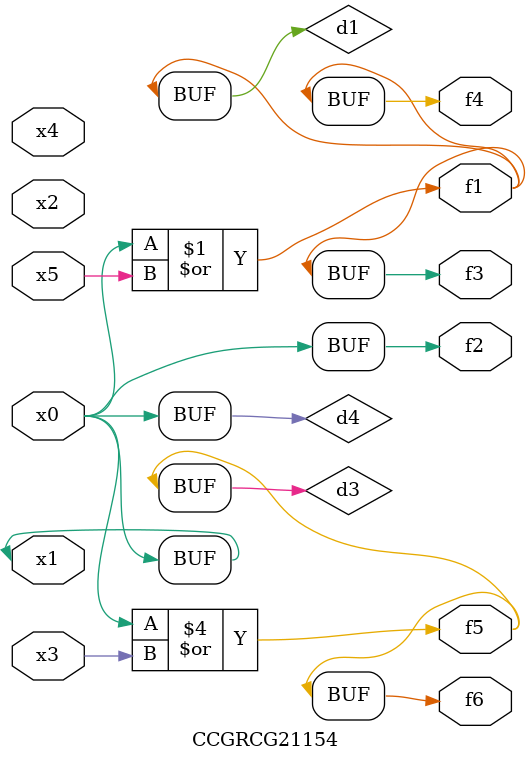
<source format=v>
module CCGRCG21154(
	input x0, x1, x2, x3, x4, x5,
	output f1, f2, f3, f4, f5, f6
);

	wire d1, d2, d3, d4;

	or (d1, x0, x5);
	xnor (d2, x1, x4);
	or (d3, x0, x3);
	buf (d4, x0, x1);
	assign f1 = d1;
	assign f2 = d4;
	assign f3 = d1;
	assign f4 = d1;
	assign f5 = d3;
	assign f6 = d3;
endmodule

</source>
